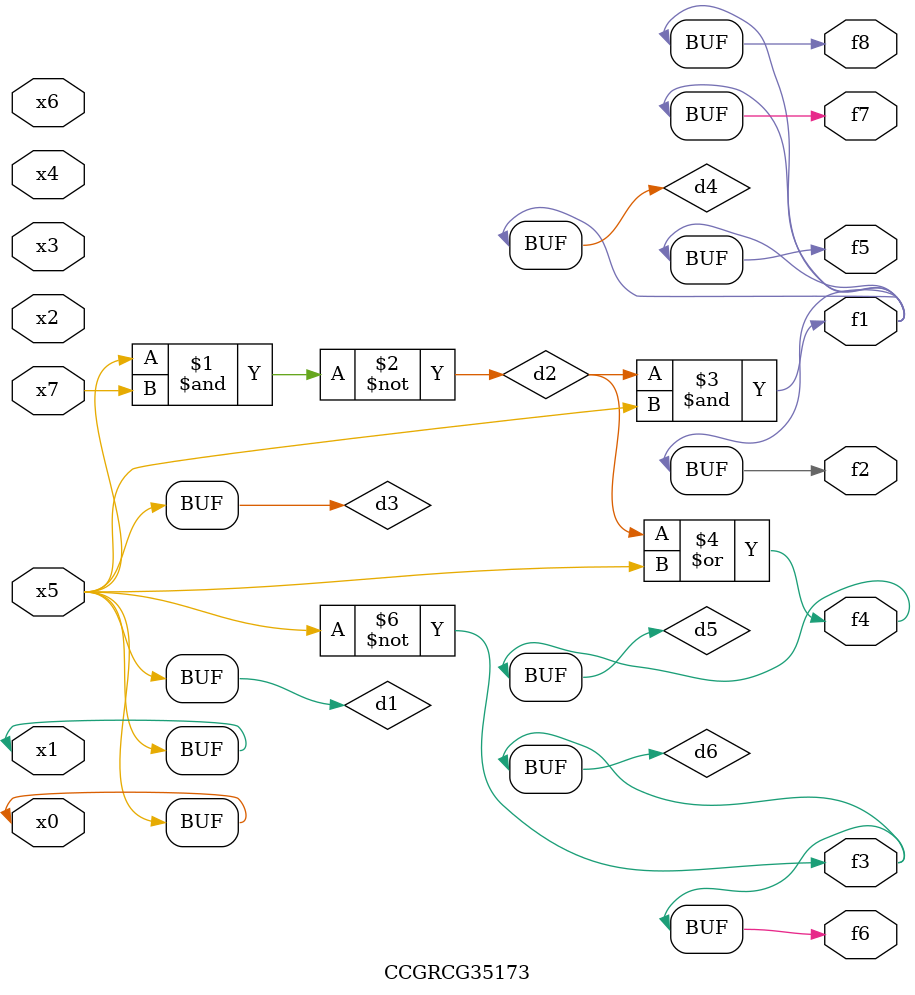
<source format=v>
module CCGRCG35173(
	input x0, x1, x2, x3, x4, x5, x6, x7,
	output f1, f2, f3, f4, f5, f6, f7, f8
);

	wire d1, d2, d3, d4, d5, d6;

	buf (d1, x0, x5);
	nand (d2, x5, x7);
	buf (d3, x0, x1);
	and (d4, d2, d3);
	or (d5, d2, d3);
	nor (d6, d1, d3);
	assign f1 = d4;
	assign f2 = d4;
	assign f3 = d6;
	assign f4 = d5;
	assign f5 = d4;
	assign f6 = d6;
	assign f7 = d4;
	assign f8 = d4;
endmodule

</source>
